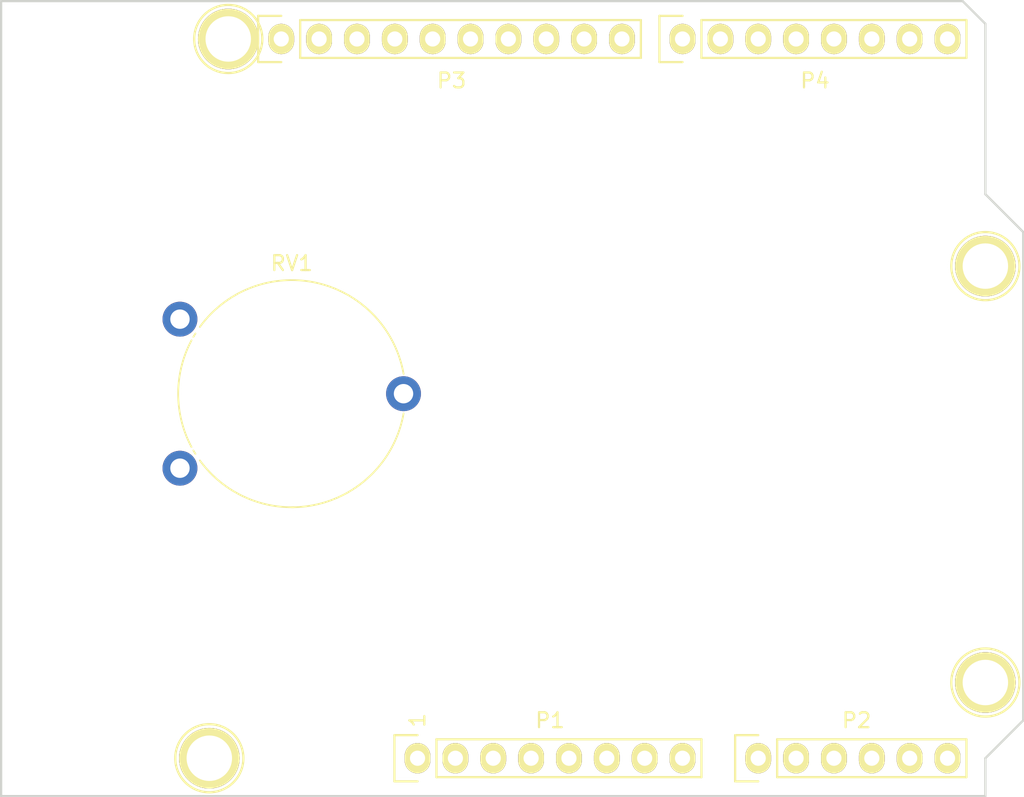
<source format=kicad_pcb>
(kicad_pcb (version 20171130) (host pcbnew "(5.0.0)")

  (general
    (thickness 1.6)
    (drawings 27)
    (tracks 0)
    (zones 0)
    (modules 9)
    (nets 33)
  )

  (page A4)
  (title_block
    (date "lun. 30 mars 2015")
  )

  (layers
    (0 F.Cu signal)
    (31 B.Cu signal)
    (32 B.Adhes user)
    (33 F.Adhes user)
    (34 B.Paste user)
    (35 F.Paste user)
    (36 B.SilkS user)
    (37 F.SilkS user)
    (38 B.Mask user)
    (39 F.Mask user)
    (40 Dwgs.User user hide)
    (41 Cmts.User user)
    (42 Eco1.User user)
    (43 Eco2.User user)
    (44 Edge.Cuts user)
    (45 Margin user)
    (46 B.CrtYd user)
    (47 F.CrtYd user)
    (48 B.Fab user)
    (49 F.Fab user)
  )

  (setup
    (last_trace_width 0.25)
    (trace_clearance 0.2)
    (zone_clearance 0.508)
    (zone_45_only no)
    (trace_min 0.2)
    (segment_width 0.15)
    (edge_width 0.15)
    (via_size 0.6)
    (via_drill 0.4)
    (via_min_size 0.4)
    (via_min_drill 0.3)
    (uvia_size 0.3)
    (uvia_drill 0.1)
    (uvias_allowed no)
    (uvia_min_size 0.2)
    (uvia_min_drill 0.1)
    (pcb_text_width 0.3)
    (pcb_text_size 1.5 1.5)
    (mod_edge_width 0.15)
    (mod_text_size 1 1)
    (mod_text_width 0.15)
    (pad_size 4.064 4.064)
    (pad_drill 3.048)
    (pad_to_mask_clearance 0)
    (aux_axis_origin 110.998 126.365)
    (grid_origin 110.998 126.365)
    (visible_elements 7FFFFFFF)
    (pcbplotparams
      (layerselection 0x00030_80000001)
      (usegerberextensions false)
      (usegerberattributes false)
      (usegerberadvancedattributes false)
      (creategerberjobfile false)
      (excludeedgelayer true)
      (linewidth 0.100000)
      (plotframeref false)
      (viasonmask false)
      (mode 1)
      (useauxorigin false)
      (hpglpennumber 1)
      (hpglpenspeed 20)
      (hpglpendiameter 15.000000)
      (psnegative false)
      (psa4output false)
      (plotreference true)
      (plotvalue true)
      (plotinvisibletext false)
      (padsonsilk false)
      (subtractmaskfromsilk false)
      (outputformat 1)
      (mirror false)
      (drillshape 1)
      (scaleselection 1)
      (outputdirectory ""))
  )

  (net 0 "")
  (net 1 /IOREF)
  (net 2 /Reset)
  (net 3 +5V)
  (net 4 GND)
  (net 5 /Vin)
  (net 6 /A0)
  (net 7 /A1)
  (net 8 /A2)
  (net 9 /A3)
  (net 10 /AREF)
  (net 11 "/A4(SDA)")
  (net 12 "/A5(SCL)")
  (net 13 "/9(**)")
  (net 14 /8)
  (net 15 /7)
  (net 16 "/6(**)")
  (net 17 "/5(**)")
  (net 18 /4)
  (net 19 "/3(**)")
  (net 20 /2)
  (net 21 "/1(Tx)")
  (net 22 "/0(Rx)")
  (net 23 "Net-(P5-Pad1)")
  (net 24 "Net-(P6-Pad1)")
  (net 25 "Net-(P7-Pad1)")
  (net 26 "Net-(P8-Pad1)")
  (net 27 "/13(SCK)")
  (net 28 "/10(**/SS)")
  (net 29 "Net-(P1-Pad1)")
  (net 30 +3V3)
  (net 31 "/12(MISO)")
  (net 32 "/11(**/MOSI)")

  (net_class Default "This is the default net class."
    (clearance 0.2)
    (trace_width 0.25)
    (via_dia 0.6)
    (via_drill 0.4)
    (uvia_dia 0.3)
    (uvia_drill 0.1)
    (add_net +3V3)
    (add_net +5V)
    (add_net "/0(Rx)")
    (add_net "/1(Tx)")
    (add_net "/10(**/SS)")
    (add_net "/11(**/MOSI)")
    (add_net "/12(MISO)")
    (add_net "/13(SCK)")
    (add_net /2)
    (add_net "/3(**)")
    (add_net /4)
    (add_net "/5(**)")
    (add_net "/6(**)")
    (add_net /7)
    (add_net /8)
    (add_net "/9(**)")
    (add_net /A0)
    (add_net /A1)
    (add_net /A2)
    (add_net /A3)
    (add_net "/A4(SDA)")
    (add_net "/A5(SCL)")
    (add_net /AREF)
    (add_net /IOREF)
    (add_net /Reset)
    (add_net /Vin)
    (add_net GND)
    (add_net "Net-(P1-Pad1)")
    (add_net "Net-(P5-Pad1)")
    (add_net "Net-(P6-Pad1)")
    (add_net "Net-(P7-Pad1)")
    (add_net "Net-(P8-Pad1)")
  )

  (module Socket_Arduino_Uno:Socket_Strip_Arduino_1x08 locked (layer F.Cu) (tedit 552168D2) (tstamp 551AF9EA)
    (at 138.938 123.825)
    (descr "Through hole socket strip")
    (tags "socket strip")
    (path /56D70129)
    (fp_text reference P1 (at 8.89 -2.54) (layer F.SilkS)
      (effects (font (size 1 1) (thickness 0.15)))
    )
    (fp_text value Power (at 8.89 -4.064) (layer F.Fab)
      (effects (font (size 1 1) (thickness 0.15)))
    )
    (fp_line (start -1.75 -1.75) (end -1.75 1.75) (layer F.CrtYd) (width 0.05))
    (fp_line (start 19.55 -1.75) (end 19.55 1.75) (layer F.CrtYd) (width 0.05))
    (fp_line (start -1.75 -1.75) (end 19.55 -1.75) (layer F.CrtYd) (width 0.05))
    (fp_line (start -1.75 1.75) (end 19.55 1.75) (layer F.CrtYd) (width 0.05))
    (fp_line (start 1.27 1.27) (end 19.05 1.27) (layer F.SilkS) (width 0.15))
    (fp_line (start 19.05 1.27) (end 19.05 -1.27) (layer F.SilkS) (width 0.15))
    (fp_line (start 19.05 -1.27) (end 1.27 -1.27) (layer F.SilkS) (width 0.15))
    (fp_line (start -1.55 1.55) (end 0 1.55) (layer F.SilkS) (width 0.15))
    (fp_line (start 1.27 1.27) (end 1.27 -1.27) (layer F.SilkS) (width 0.15))
    (fp_line (start 0 -1.55) (end -1.55 -1.55) (layer F.SilkS) (width 0.15))
    (fp_line (start -1.55 -1.55) (end -1.55 1.55) (layer F.SilkS) (width 0.15))
    (pad 1 thru_hole oval (at 0 0) (size 1.7272 2.032) (drill 1.016) (layers *.Cu *.Mask F.SilkS)
      (net 29 "Net-(P1-Pad1)"))
    (pad 2 thru_hole oval (at 2.54 0) (size 1.7272 2.032) (drill 1.016) (layers *.Cu *.Mask F.SilkS)
      (net 1 /IOREF))
    (pad 3 thru_hole oval (at 5.08 0) (size 1.7272 2.032) (drill 1.016) (layers *.Cu *.Mask F.SilkS)
      (net 2 /Reset))
    (pad 4 thru_hole oval (at 7.62 0) (size 1.7272 2.032) (drill 1.016) (layers *.Cu *.Mask F.SilkS)
      (net 30 +3V3))
    (pad 5 thru_hole oval (at 10.16 0) (size 1.7272 2.032) (drill 1.016) (layers *.Cu *.Mask F.SilkS)
      (net 3 +5V))
    (pad 6 thru_hole oval (at 12.7 0) (size 1.7272 2.032) (drill 1.016) (layers *.Cu *.Mask F.SilkS)
      (net 4 GND))
    (pad 7 thru_hole oval (at 15.24 0) (size 1.7272 2.032) (drill 1.016) (layers *.Cu *.Mask F.SilkS)
      (net 4 GND))
    (pad 8 thru_hole oval (at 17.78 0) (size 1.7272 2.032) (drill 1.016) (layers *.Cu *.Mask F.SilkS)
      (net 5 /Vin))
    (model ${KIPRJMOD}/Socket_Arduino_Uno.3dshapes/Socket_header_Arduino_1x08.wrl
      (offset (xyz 8.889999866485596 0 0))
      (scale (xyz 1 1 1))
      (rotate (xyz 0 0 180))
    )
  )

  (module Socket_Arduino_Uno:Socket_Strip_Arduino_1x06 locked (layer F.Cu) (tedit 552168D6) (tstamp 551AF9FF)
    (at 161.798 123.825)
    (descr "Through hole socket strip")
    (tags "socket strip")
    (path /56D70DD8)
    (fp_text reference P2 (at 6.604 -2.54) (layer F.SilkS)
      (effects (font (size 1 1) (thickness 0.15)))
    )
    (fp_text value Analog (at 6.604 -4.064) (layer F.Fab)
      (effects (font (size 1 1) (thickness 0.15)))
    )
    (fp_line (start -1.75 -1.75) (end -1.75 1.75) (layer F.CrtYd) (width 0.05))
    (fp_line (start 14.45 -1.75) (end 14.45 1.75) (layer F.CrtYd) (width 0.05))
    (fp_line (start -1.75 -1.75) (end 14.45 -1.75) (layer F.CrtYd) (width 0.05))
    (fp_line (start -1.75 1.75) (end 14.45 1.75) (layer F.CrtYd) (width 0.05))
    (fp_line (start 1.27 1.27) (end 13.97 1.27) (layer F.SilkS) (width 0.15))
    (fp_line (start 13.97 1.27) (end 13.97 -1.27) (layer F.SilkS) (width 0.15))
    (fp_line (start 13.97 -1.27) (end 1.27 -1.27) (layer F.SilkS) (width 0.15))
    (fp_line (start -1.55 1.55) (end 0 1.55) (layer F.SilkS) (width 0.15))
    (fp_line (start 1.27 1.27) (end 1.27 -1.27) (layer F.SilkS) (width 0.15))
    (fp_line (start 0 -1.55) (end -1.55 -1.55) (layer F.SilkS) (width 0.15))
    (fp_line (start -1.55 -1.55) (end -1.55 1.55) (layer F.SilkS) (width 0.15))
    (pad 1 thru_hole oval (at 0 0) (size 1.7272 2.032) (drill 1.016) (layers *.Cu *.Mask F.SilkS)
      (net 6 /A0))
    (pad 2 thru_hole oval (at 2.54 0) (size 1.7272 2.032) (drill 1.016) (layers *.Cu *.Mask F.SilkS)
      (net 7 /A1))
    (pad 3 thru_hole oval (at 5.08 0) (size 1.7272 2.032) (drill 1.016) (layers *.Cu *.Mask F.SilkS)
      (net 8 /A2))
    (pad 4 thru_hole oval (at 7.62 0) (size 1.7272 2.032) (drill 1.016) (layers *.Cu *.Mask F.SilkS)
      (net 9 /A3))
    (pad 5 thru_hole oval (at 10.16 0) (size 1.7272 2.032) (drill 1.016) (layers *.Cu *.Mask F.SilkS)
      (net 11 "/A4(SDA)"))
    (pad 6 thru_hole oval (at 12.7 0) (size 1.7272 2.032) (drill 1.016) (layers *.Cu *.Mask F.SilkS)
      (net 12 "/A5(SCL)"))
    (model ${KIPRJMOD}/Socket_Arduino_Uno.3dshapes/Socket_header_Arduino_1x06.wrl
      (offset (xyz 6.349999904632568 0 0))
      (scale (xyz 1 1 1))
      (rotate (xyz 0 0 180))
    )
  )

  (module Socket_Arduino_Uno:Socket_Strip_Arduino_1x10 locked (layer F.Cu) (tedit 552168BF) (tstamp 551AFA18)
    (at 129.794 75.565)
    (descr "Through hole socket strip")
    (tags "socket strip")
    (path /56D721E0)
    (fp_text reference P3 (at 11.43 2.794) (layer F.SilkS)
      (effects (font (size 1 1) (thickness 0.15)))
    )
    (fp_text value Digital (at 11.43 4.318) (layer F.Fab)
      (effects (font (size 1 1) (thickness 0.15)))
    )
    (fp_line (start -1.75 -1.75) (end -1.75 1.75) (layer F.CrtYd) (width 0.05))
    (fp_line (start 24.65 -1.75) (end 24.65 1.75) (layer F.CrtYd) (width 0.05))
    (fp_line (start -1.75 -1.75) (end 24.65 -1.75) (layer F.CrtYd) (width 0.05))
    (fp_line (start -1.75 1.75) (end 24.65 1.75) (layer F.CrtYd) (width 0.05))
    (fp_line (start 1.27 1.27) (end 24.13 1.27) (layer F.SilkS) (width 0.15))
    (fp_line (start 24.13 1.27) (end 24.13 -1.27) (layer F.SilkS) (width 0.15))
    (fp_line (start 24.13 -1.27) (end 1.27 -1.27) (layer F.SilkS) (width 0.15))
    (fp_line (start -1.55 1.55) (end 0 1.55) (layer F.SilkS) (width 0.15))
    (fp_line (start 1.27 1.27) (end 1.27 -1.27) (layer F.SilkS) (width 0.15))
    (fp_line (start 0 -1.55) (end -1.55 -1.55) (layer F.SilkS) (width 0.15))
    (fp_line (start -1.55 -1.55) (end -1.55 1.55) (layer F.SilkS) (width 0.15))
    (pad 1 thru_hole oval (at 0 0) (size 1.7272 2.032) (drill 1.016) (layers *.Cu *.Mask F.SilkS)
      (net 12 "/A5(SCL)"))
    (pad 2 thru_hole oval (at 2.54 0) (size 1.7272 2.032) (drill 1.016) (layers *.Cu *.Mask F.SilkS)
      (net 11 "/A4(SDA)"))
    (pad 3 thru_hole oval (at 5.08 0) (size 1.7272 2.032) (drill 1.016) (layers *.Cu *.Mask F.SilkS)
      (net 10 /AREF))
    (pad 4 thru_hole oval (at 7.62 0) (size 1.7272 2.032) (drill 1.016) (layers *.Cu *.Mask F.SilkS)
      (net 4 GND))
    (pad 5 thru_hole oval (at 10.16 0) (size 1.7272 2.032) (drill 1.016) (layers *.Cu *.Mask F.SilkS)
      (net 27 "/13(SCK)"))
    (pad 6 thru_hole oval (at 12.7 0) (size 1.7272 2.032) (drill 1.016) (layers *.Cu *.Mask F.SilkS)
      (net 31 "/12(MISO)"))
    (pad 7 thru_hole oval (at 15.24 0) (size 1.7272 2.032) (drill 1.016) (layers *.Cu *.Mask F.SilkS)
      (net 32 "/11(**/MOSI)"))
    (pad 8 thru_hole oval (at 17.78 0) (size 1.7272 2.032) (drill 1.016) (layers *.Cu *.Mask F.SilkS)
      (net 28 "/10(**/SS)"))
    (pad 9 thru_hole oval (at 20.32 0) (size 1.7272 2.032) (drill 1.016) (layers *.Cu *.Mask F.SilkS)
      (net 13 "/9(**)"))
    (pad 10 thru_hole oval (at 22.86 0) (size 1.7272 2.032) (drill 1.016) (layers *.Cu *.Mask F.SilkS)
      (net 14 /8))
    (model ${KIPRJMOD}/Socket_Arduino_Uno.3dshapes/Socket_header_Arduino_1x10.wrl
      (offset (xyz 11.42999982833862 0 0))
      (scale (xyz 1 1 1))
      (rotate (xyz 0 0 180))
    )
  )

  (module Socket_Arduino_Uno:Socket_Strip_Arduino_1x08 locked (layer F.Cu) (tedit 552168C7) (tstamp 551AFA2F)
    (at 156.718 75.565)
    (descr "Through hole socket strip")
    (tags "socket strip")
    (path /56D7164F)
    (fp_text reference P4 (at 8.89 2.794) (layer F.SilkS)
      (effects (font (size 1 1) (thickness 0.15)))
    )
    (fp_text value Digital (at 8.89 4.318) (layer F.Fab)
      (effects (font (size 1 1) (thickness 0.15)))
    )
    (fp_line (start -1.75 -1.75) (end -1.75 1.75) (layer F.CrtYd) (width 0.05))
    (fp_line (start 19.55 -1.75) (end 19.55 1.75) (layer F.CrtYd) (width 0.05))
    (fp_line (start -1.75 -1.75) (end 19.55 -1.75) (layer F.CrtYd) (width 0.05))
    (fp_line (start -1.75 1.75) (end 19.55 1.75) (layer F.CrtYd) (width 0.05))
    (fp_line (start 1.27 1.27) (end 19.05 1.27) (layer F.SilkS) (width 0.15))
    (fp_line (start 19.05 1.27) (end 19.05 -1.27) (layer F.SilkS) (width 0.15))
    (fp_line (start 19.05 -1.27) (end 1.27 -1.27) (layer F.SilkS) (width 0.15))
    (fp_line (start -1.55 1.55) (end 0 1.55) (layer F.SilkS) (width 0.15))
    (fp_line (start 1.27 1.27) (end 1.27 -1.27) (layer F.SilkS) (width 0.15))
    (fp_line (start 0 -1.55) (end -1.55 -1.55) (layer F.SilkS) (width 0.15))
    (fp_line (start -1.55 -1.55) (end -1.55 1.55) (layer F.SilkS) (width 0.15))
    (pad 1 thru_hole oval (at 0 0) (size 1.7272 2.032) (drill 1.016) (layers *.Cu *.Mask F.SilkS)
      (net 15 /7))
    (pad 2 thru_hole oval (at 2.54 0) (size 1.7272 2.032) (drill 1.016) (layers *.Cu *.Mask F.SilkS)
      (net 16 "/6(**)"))
    (pad 3 thru_hole oval (at 5.08 0) (size 1.7272 2.032) (drill 1.016) (layers *.Cu *.Mask F.SilkS)
      (net 17 "/5(**)"))
    (pad 4 thru_hole oval (at 7.62 0) (size 1.7272 2.032) (drill 1.016) (layers *.Cu *.Mask F.SilkS)
      (net 18 /4))
    (pad 5 thru_hole oval (at 10.16 0) (size 1.7272 2.032) (drill 1.016) (layers *.Cu *.Mask F.SilkS)
      (net 19 "/3(**)"))
    (pad 6 thru_hole oval (at 12.7 0) (size 1.7272 2.032) (drill 1.016) (layers *.Cu *.Mask F.SilkS)
      (net 20 /2))
    (pad 7 thru_hole oval (at 15.24 0) (size 1.7272 2.032) (drill 1.016) (layers *.Cu *.Mask F.SilkS)
      (net 21 "/1(Tx)"))
    (pad 8 thru_hole oval (at 17.78 0) (size 1.7272 2.032) (drill 1.016) (layers *.Cu *.Mask F.SilkS)
      (net 22 "/0(Rx)"))
    (model ${KIPRJMOD}/Socket_Arduino_Uno.3dshapes/Socket_header_Arduino_1x08.wrl
      (offset (xyz 8.889999866485596 0 0))
      (scale (xyz 1 1 1))
      (rotate (xyz 0 0 180))
    )
  )

  (module Socket_Arduino_Uno:Arduino_1pin locked (layer F.Cu) (tedit 5524FC39) (tstamp 5524FC3F)
    (at 124.968 123.825)
    (descr "module 1 pin (ou trou mecanique de percage)")
    (tags DEV)
    (path /56D71177)
    (fp_text reference P5 (at 0 -3.048) (layer F.SilkS) hide
      (effects (font (size 1 1) (thickness 0.15)))
    )
    (fp_text value CONN_01X01 (at 0 2.794) (layer F.Fab) hide
      (effects (font (size 1 1) (thickness 0.15)))
    )
    (fp_circle (center 0 0) (end 0 -2.286) (layer F.SilkS) (width 0.15))
    (pad 1 thru_hole circle (at 0 0) (size 4.064 4.064) (drill 3.048) (layers *.Cu *.Mask F.SilkS)
      (net 23 "Net-(P5-Pad1)"))
  )

  (module Socket_Arduino_Uno:Arduino_1pin locked (layer F.Cu) (tedit 5524FC4A) (tstamp 5524FC44)
    (at 177.038 118.745)
    (descr "module 1 pin (ou trou mecanique de percage)")
    (tags DEV)
    (path /56D71274)
    (fp_text reference P6 (at 0 -3.048) (layer F.SilkS) hide
      (effects (font (size 1 1) (thickness 0.15)))
    )
    (fp_text value CONN_01X01 (at 0 2.794) (layer F.Fab) hide
      (effects (font (size 1 1) (thickness 0.15)))
    )
    (fp_circle (center 0 0) (end 0 -2.286) (layer F.SilkS) (width 0.15))
    (pad 1 thru_hole circle (at 0 0) (size 4.064 4.064) (drill 3.048) (layers *.Cu *.Mask F.SilkS)
      (net 24 "Net-(P6-Pad1)"))
  )

  (module Socket_Arduino_Uno:Arduino_1pin locked (layer F.Cu) (tedit 5524FC2F) (tstamp 5524FC49)
    (at 126.238 75.565)
    (descr "module 1 pin (ou trou mecanique de percage)")
    (tags DEV)
    (path /56D712A8)
    (fp_text reference P7 (at 0 -3.048) (layer F.SilkS) hide
      (effects (font (size 1 1) (thickness 0.15)))
    )
    (fp_text value CONN_01X01 (at 0 2.794) (layer F.Fab) hide
      (effects (font (size 1 1) (thickness 0.15)))
    )
    (fp_circle (center 0 0) (end 0 -2.286) (layer F.SilkS) (width 0.15))
    (pad 1 thru_hole circle (at 0 0) (size 4.064 4.064) (drill 3.048) (layers *.Cu *.Mask F.SilkS)
      (net 25 "Net-(P7-Pad1)"))
  )

  (module Socket_Arduino_Uno:Arduino_1pin locked (layer F.Cu) (tedit 5524FC41) (tstamp 5524FC4E)
    (at 177.038 90.805)
    (descr "module 1 pin (ou trou mecanique de percage)")
    (tags DEV)
    (path /56D712DB)
    (fp_text reference P8 (at 0 -3.048) (layer F.SilkS) hide
      (effects (font (size 1 1) (thickness 0.15)))
    )
    (fp_text value CONN_01X01 (at 0 2.794) (layer F.Fab) hide
      (effects (font (size 1 1) (thickness 0.15)))
    )
    (fp_circle (center 0 0) (end 0 -2.286) (layer F.SilkS) (width 0.15))
    (pad 1 thru_hole circle (at 0 0) (size 4.064 4.064) (drill 3.048) (layers *.Cu *.Mask F.SilkS)
      (net 26 "Net-(P8-Pad1)"))
  )

  (module Potentiometer_THT:Potentiometer_Piher_PT-15-V15_Vertical_Hole (layer F.Cu) (tedit 5A3D4994) (tstamp 5BC22EA2)
    (at 122.998 104.365)
    (descr "Potentiometer, vertical, shaft hole, Piher PT-15-V15, http://www.piher-nacesa.com/pdf/14-PT15v03.pdf")
    (tags "Potentiometer vertical hole Piher PT-15-V15")
    (path /5BB5E6CC)
    (fp_text reference RV1 (at 7.5 -13.75) (layer F.SilkS)
      (effects (font (size 1 1) (thickness 0.15)))
    )
    (fp_text value R_POT (at 7.5 3.75) (layer F.Fab)
      (effects (font (size 1 1) (thickness 0.15)))
    )
    (fp_arc (start 7.5 -5) (end 7.5 2.62) (angle -80) (layer F.SilkS) (width 0.12))
    (fp_arc (start 7.5 -5) (end 15.005 -6.322) (angle -134) (layer F.SilkS) (width 0.12))
    (fp_arc (start 7.5 -5) (end 1.039 -9.038) (angle -2) (layer F.SilkS) (width 0.12))
    (fp_arc (start 7.5 -5) (end 0.773 -8.578) (angle -56) (layer F.SilkS) (width 0.12))
    (fp_arc (start 7.5 -5) (end 0.901 -1.191) (angle -2) (layer F.SilkS) (width 0.12))
    (fp_arc (start 7.5 -5) (end 1.335 -0.522) (angle -55) (layer F.SilkS) (width 0.12))
    (fp_circle (center 7.5 -5) (end 15 -5) (layer F.Fab) (width 0.1))
    (fp_line (start -1.45 -12.75) (end -1.45 2.75) (layer F.CrtYd) (width 0.05))
    (fp_line (start -1.45 2.75) (end 16.45 2.75) (layer F.CrtYd) (width 0.05))
    (fp_line (start 16.45 2.75) (end 16.45 -12.75) (layer F.CrtYd) (width 0.05))
    (fp_line (start 16.45 -12.75) (end -1.45 -12.75) (layer F.CrtYd) (width 0.05))
    (fp_text user %R (at 1.2 -5 90) (layer F.Fab)
      (effects (font (size 1 1) (thickness 0.15)))
    )
    (pad 3 thru_hole circle (at 0 -10) (size 2.34 2.34) (drill 1.3) (layers *.Cu *.Mask)
      (net 4 GND))
    (pad 2 thru_hole circle (at 15 -5) (size 2.34 2.34) (drill 1.3) (layers *.Cu *.Mask)
      (net 6 /A0))
    (pad 1 thru_hole circle (at 0 0) (size 2.34 2.34) (drill 1.3) (layers *.Cu *.Mask)
      (net 3 +5V))
    (pad "" np_thru_hole circle (at 7.5 -5) (size 7 7) (drill 7) (layers *.Cu *.Mask))
    (model ${KISYS3DMOD}/Potentiometer_THT.3dshapes/Potentiometer_Piher_PT-15-V15_Vertical_Hole.wrl
      (at (xyz 0 0 0))
      (scale (xyz 1 1 1))
      (rotate (xyz 0 0 0))
    )
  )

  (gr_text 1 (at 138.938 121.285 90) (layer F.SilkS)
    (effects (font (size 1 1) (thickness 0.15)))
  )
  (gr_circle (center 117.348 76.962) (end 118.618 76.962) (layer Dwgs.User) (width 0.15))
  (gr_line (start 114.427 78.994) (end 114.427 74.93) (angle 90) (layer Dwgs.User) (width 0.15))
  (gr_line (start 120.269 78.994) (end 114.427 78.994) (angle 90) (layer Dwgs.User) (width 0.15))
  (gr_line (start 120.269 74.93) (end 120.269 78.994) (angle 90) (layer Dwgs.User) (width 0.15))
  (gr_line (start 114.427 74.93) (end 120.269 74.93) (angle 90) (layer Dwgs.User) (width 0.15))
  (gr_line (start 120.523 93.98) (end 104.648 93.98) (angle 90) (layer Dwgs.User) (width 0.15))
  (gr_line (start 177.038 74.549) (end 175.514 73.025) (angle 90) (layer Edge.Cuts) (width 0.15))
  (gr_line (start 177.038 85.979) (end 177.038 74.549) (angle 90) (layer Edge.Cuts) (width 0.15))
  (gr_line (start 179.578 88.519) (end 177.038 85.979) (angle 90) (layer Edge.Cuts) (width 0.15))
  (gr_line (start 179.578 121.285) (end 179.578 88.519) (angle 90) (layer Edge.Cuts) (width 0.15))
  (gr_line (start 177.038 123.825) (end 179.578 121.285) (angle 90) (layer Edge.Cuts) (width 0.15))
  (gr_line (start 177.038 126.365) (end 177.038 123.825) (angle 90) (layer Edge.Cuts) (width 0.15))
  (gr_line (start 110.998 126.365) (end 177.038 126.365) (angle 90) (layer Edge.Cuts) (width 0.15))
  (gr_line (start 110.998 73.025) (end 110.998 126.365) (angle 90) (layer Edge.Cuts) (width 0.15))
  (gr_line (start 175.514 73.025) (end 110.998 73.025) (angle 90) (layer Edge.Cuts) (width 0.15))
  (gr_line (start 173.355 102.235) (end 173.355 94.615) (angle 90) (layer Dwgs.User) (width 0.15))
  (gr_line (start 178.435 102.235) (end 173.355 102.235) (angle 90) (layer Dwgs.User) (width 0.15))
  (gr_line (start 178.435 94.615) (end 178.435 102.235) (angle 90) (layer Dwgs.User) (width 0.15))
  (gr_line (start 173.355 94.615) (end 178.435 94.615) (angle 90) (layer Dwgs.User) (width 0.15))
  (gr_line (start 109.093 123.19) (end 109.093 114.3) (angle 90) (layer Dwgs.User) (width 0.15))
  (gr_line (start 122.428 123.19) (end 109.093 123.19) (angle 90) (layer Dwgs.User) (width 0.15))
  (gr_line (start 122.428 114.3) (end 122.428 123.19) (angle 90) (layer Dwgs.User) (width 0.15))
  (gr_line (start 109.093 114.3) (end 122.428 114.3) (angle 90) (layer Dwgs.User) (width 0.15))
  (gr_line (start 104.648 93.98) (end 104.648 82.55) (angle 90) (layer Dwgs.User) (width 0.15))
  (gr_line (start 120.523 82.55) (end 120.523 93.98) (angle 90) (layer Dwgs.User) (width 0.15))
  (gr_line (start 104.648 82.55) (end 120.523 82.55) (angle 90) (layer Dwgs.User) (width 0.15))

)

</source>
